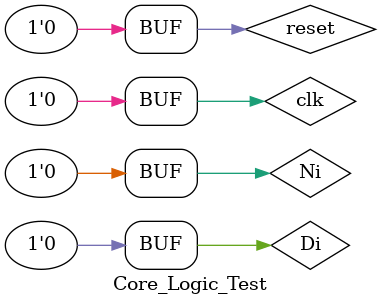
<source format=v>
`timescale 1ns / 1ps


module Core_Logic_Test;

	// Inputs
	reg Ni;
	reg Di;
	reg reset;
	reg clk;

	// Outputs
	wire open;

	// Bidirs
	wire [1:0] Q;

	// Instantiate the Unit Under Test (UUT)
	Core_Logic uut (
		.Ni(Ni), 
		.Di(Di), 
		.Q(Q), 
		.open(open), 
		.reset(reset), 
		.clk(clk)
	);

	initial begin
	
		Ni = 0; Di = 0; reset = 0; clk = 0; #40; reset = 1; #20; reset = 0; #40; // reset
		
		Ni = 1; Di = 0; reset = 0; clk = 0; #40; clk = 1; #20; clk = 0; Ni = 0; #40; // nickel
		Ni = 1; Di = 0; reset = 0; clk = 0; #40; clk = 1; #20; clk = 0; Ni = 0; #40; // nickel
		Ni = 1; Di = 0; reset = 0; clk = 0; #40; clk = 1; #20; clk = 0; Ni = 0; #40; // nickel
		Ni = 1; Di = 0; reset = 0; clk = 0; #40; clk = 1; #20; clk = 0; Ni = 0; #40; // nickel
		
		Ni = 0; Di = 0; reset = 0; clk = 0; #40; reset = 1; #20; reset = 0; #40; // reset
		
		Ni = 1; Di = 0; reset = 0; clk = 0; #40; clk = 1; #20; clk = 0; Ni = 0; #40; // nickel
		Ni = 1; Di = 0; reset = 0; clk = 0; #40; clk = 1; #20; clk = 0; Ni = 0; #40; // nickel
		Ni = 1; Di = 0; reset = 0; clk = 0; #40; clk = 1; #20; clk = 0; Ni = 0; #40; // nickel
		Ni = 0; Di = 1; reset = 0; clk = 0; #40; clk = 1; #20; clk = 0; Di = 0; #40; // dime
		
		Ni = 0; Di = 0; reset = 0; clk = 0; #40; reset = 1; #20; reset = 0; #40; // reset
		
		Ni = 1; Di = 0; reset = 0; clk = 0; #40; clk = 1; #20; clk = 0; Ni = 0; #40; // nickel
		Ni = 1; Di = 0; reset = 0; clk = 0; #40; clk = 1; #20; clk = 0; Ni = 0; #40; // nickel
		Ni = 0; Di = 1; reset = 0; clk = 0; #40; clk = 1; #20; clk = 0; Di = 0; #40; // dime
		Ni = 1; Di = 0; reset = 0; clk = 0; #40; clk = 1; #20; clk = 0; Ni = 0; #40; // nickel
		
		Ni = 0; Di = 0; reset = 0; clk = 0; #40; reset = 1; #20; reset = 0; #40; // reset
		
		Ni = 1; Di = 0; reset = 0; clk = 0; #40; clk = 1; #20; clk = 0; Ni = 0; #40; // nickel
		Ni = 1; Di = 0; reset = 0; clk = 0; #40; clk = 1; #20; clk = 0; Ni = 0; #40; // nickel
		Ni = 0; Di = 1; reset = 0; clk = 0; #40; clk = 1; #20; clk = 0; Di = 0; #40; // dime
		Ni = 0; Di = 1; reset = 0; clk = 0; #40; clk = 1; #20; clk = 0; Di = 0; #40; // dime
		
		Ni = 0; Di = 0; reset = 0; clk = 0; #40; reset = 1; #20; reset = 0; #40; // reset
		
		Ni = 1; Di = 0; reset = 0; clk = 0; #40; clk = 1; #20; clk = 0; Ni = 0; #40; // nickel
		Ni = 0; Di = 1; reset = 0; clk = 0; #40; clk = 1; #20; clk = 0; Di = 0; #40; // dime
		Ni = 1; Di = 0; reset = 0; clk = 0; #40; clk = 1; #20; clk = 0; Ni = 0; #40; // nickel
		
		Ni = 0; Di = 0; reset = 0; clk = 0; #40; reset = 1; #20; reset = 0; #40; // reset
		
		Ni = 1; Di = 0; reset = 0; clk = 0; #40; clk = 1; #20; clk = 0; Ni = 0; #40; // nickel
		Ni = 0; Di = 1; reset = 0; clk = 0; #40; clk = 1; #20; clk = 0; Di = 0; #40; // dime
		Ni = 0; Di = 1; reset = 0; clk = 0; #40; clk = 1; #20; clk = 0; Di = 0; #40; // dime
		
		Ni = 0; Di = 0; reset = 0; clk = 0; #40; reset = 1; #20; reset = 0; #40; // reset
		
		Ni = 0; Di = 1; reset = 0; clk = 0; #40; clk = 1; #20; clk = 0; Di = 0; #40; // dime
		Ni = 1; Di = 0; reset = 0; clk = 0; #40; clk = 1; #20; clk = 0; Ni = 0; #40; // nickel
		Ni = 1; Di = 0; reset = 0; clk = 0; #40; clk = 1; #20; clk = 0; Ni = 0; #40; // nickel
		
		Ni = 0; Di = 0; reset = 0; clk = 0; #40; reset = 1; #20; reset = 0; #40; // reset
		
		Ni = 0; Di = 1; reset = 0; clk = 0; #40; clk = 1; #20; clk = 0; Di = 0; #40; // dime
		Ni = 1; Di = 0; reset = 0; clk = 0; #40; clk = 1; #20; clk = 0; Ni = 0; #40; // nickel
		Ni = 0; Di = 1; reset = 0; clk = 0; #40; clk = 1; #20; clk = 0; Di = 0; #40; // dime
		
		Ni = 0; Di = 0; reset = 0; clk = 0; #40; reset = 1; #20; reset = 0; #40; // reset
		
		Ni = 0; Di = 1; reset = 0; clk = 0; #40; clk = 1; #20; clk = 0; Di = 0; #40; // dime
		Ni = 0; Di = 1; reset = 0; clk = 0; #40; clk = 1; #20; clk = 0; Di = 0; #40; // dime
		Ni = 1; Di = 0; reset = 0; clk = 0; #40; clk = 1; #20; clk = 0; Ni = 0; #40; // nickel
		
		Ni = 0; Di = 0; reset = 0; clk = 0; #40; reset = 1; #20; reset = 0; #40; // reset
		
		Ni = 0; Di = 1; reset = 0; clk = 0; #40; clk = 1; #20; clk = 0; Di = 0; #40; // dime
		Ni = 0; Di = 1; reset = 0; clk = 0; #40; clk = 1; #20; clk = 0; Di = 0; #40; // dime
		Ni = 0; Di = 1; reset = 0; clk = 0; #40; clk = 1; #20; clk = 0; Di = 0; #40; // dime
		
		Ni = 0; Di = 0; reset = 0; clk = 0; #40; reset = 1; #20; reset = 0; #40; // reset
		
		// Ni = 0; Di = 1; reset = 0; clk = 0; #40; clk = 1; #20; clk = 0; Di = 0; #40; // dime
		
		// Ni = 0; Di = 0; reset = 0; clk = 0; #40; reset = 1; #20; reset = 0; #40; // reset
		
		// Ni = 1; Di = 0; reset = 0; clk = 0; #40; clk = 1; #20; clk = 0; Ni = 0; #40; // nickel
			
	end
      
endmodule


</source>
